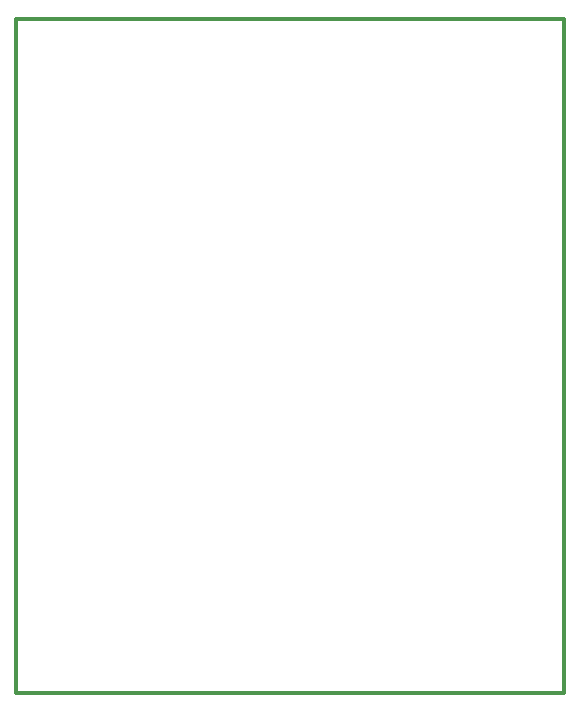
<source format=gko>
G04*
G04 #@! TF.GenerationSoftware,Altium Limited,Altium Designer,20.0.13 (296)*
G04*
G04 Layer_Color=16711935*
%FSLAX44Y44*%
%MOMM*%
G71*
G01*
G75*
%ADD54C,0.3000*%
D54*
X0Y0D02*
Y571250D01*
X464000D01*
X0Y0D02*
X464000D01*
X464000Y571250D02*
X464000Y0D01*
M02*

</source>
